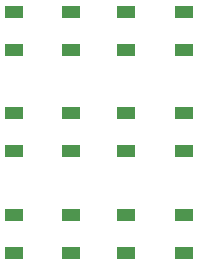
<source format=gbr>
G04 #@! TF.GenerationSoftware,KiCad,Pcbnew,5.1.0-unknown-ee14da3~82~ubuntu16.04.1*
G04 #@! TF.CreationDate,2019-04-08T19:12:28+02:00*
G04 #@! TF.ProjectId,UsbAmpel,55736241-6d70-4656-9c2e-6b696361645f,rev?*
G04 #@! TF.SameCoordinates,Original*
G04 #@! TF.FileFunction,Paste,Bot*
G04 #@! TF.FilePolarity,Positive*
%FSLAX46Y46*%
G04 Gerber Fmt 4.6, Leading zero omitted, Abs format (unit mm)*
G04 Created by KiCad (PCBNEW 5.1.0-unknown-ee14da3~82~ubuntu16.04.1) date 2019-04-08 19:12:28*
%MOMM*%
%LPD*%
G04 APERTURE LIST*
%ADD10R,1.500000X1.000000*%
G04 APERTURE END LIST*
D10*
X185510000Y-100787000D03*
X185510000Y-97587000D03*
X190410000Y-100787000D03*
X190410000Y-97587000D03*
X195035000Y-100787000D03*
X195035000Y-97587000D03*
X199935000Y-100787000D03*
X199935000Y-97587000D03*
X199935000Y-106096000D03*
X199935000Y-109296000D03*
X195035000Y-106096000D03*
X195035000Y-109296000D03*
X190410000Y-106096000D03*
X190410000Y-109296000D03*
X185510000Y-106096000D03*
X185510000Y-109296000D03*
X195035000Y-117932000D03*
X195035000Y-114732000D03*
X199935000Y-117932000D03*
X199935000Y-114732000D03*
X185510000Y-117932000D03*
X185510000Y-114732000D03*
X190410000Y-117932000D03*
X190410000Y-114732000D03*
M02*

</source>
